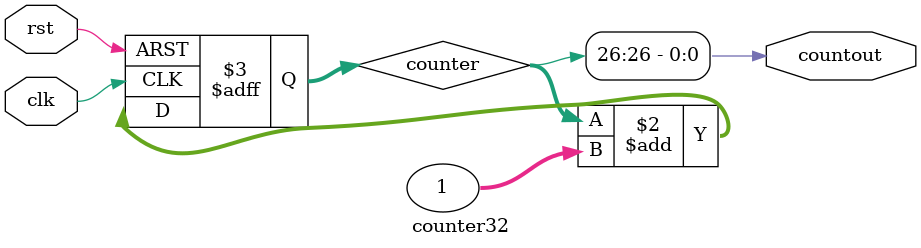
<source format=v>

`timescale 1ns / 1ps

module counter32(clk, rst, countout);

input clk, rst;
output countout;

reg [31:0] counter;

assign countout = counter[26];

always @( posedge clk, posedge rst)
if (rst) counter <= 32'b0;
else     counter <= counter + 32'b1;


endmodule

</source>
